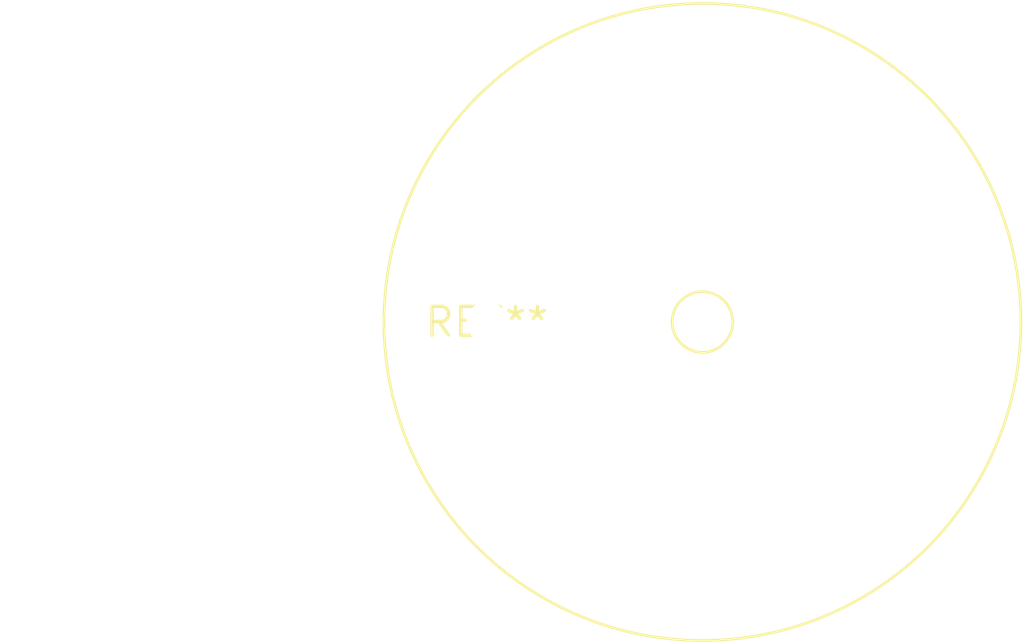
<source format=kicad_pcb>
(kicad_pcb (version 20240108) (generator pcbnew)
  (layers (0 "F.Cu" signal) (31 "B.Cu" signal) (34 "B.Paste" user) (35 "F.Paste" user) (36 "B.SilkS" user "B.Silkscreen") (37 "F.SilkS" user "F.Silkscreen") (38 "B.Mask" user) (39 "F.Mask" user) (44 "Edge.Cuts" user))
  (net 0 "")
  (footprint "L_Radial_D27.9mm_P19.05mm_Vishay_IHB-3" (layer "F.Cu") (at 0 0)
    (property "Reference" "REF**")
    (property "Value" "L_Radial_D27.9mm_P19.05mm_Vishay_IHB-3")
    (fp_circle (center 9.525 0) (end 10.865 0) (layer "F.SilkS") (stroke (width 0.12)) (fill none))
    (fp_circle (center 9.525 0) (end 23.595 0) (layer "F.SilkS") (stroke (width 0.12)) (fill none))
    (pad "1" thru_hole circle (at 0 0) (size 3.6 3.6) (drill 1.8) (layers *.Cu *.Mask) (remove_unused_layers))
    (pad "2" thru_hole circle (at 19.05 0) (size 3.6 3.6) (drill 1.8) (layers *.Cu *.Mask) (remove_unused_layers))
  )
)
</source>
